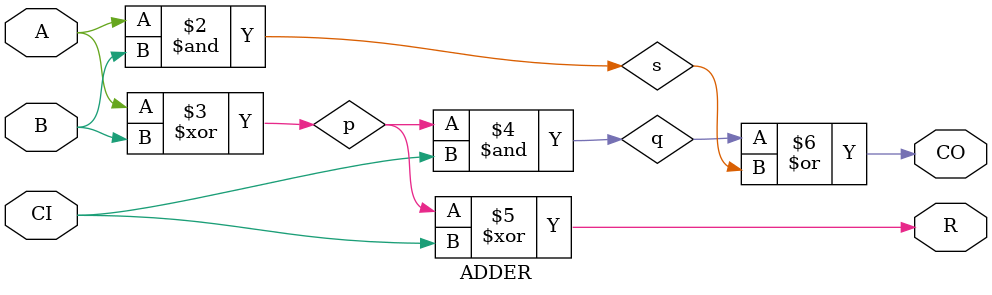
<source format=v>

module ADDER (A,B,CI,R,CO);
    // Inputs
    input wire A, B, CI;

    // Outputs
    output reg R, CO;

    // Wires and regs
    reg p,q,s;

    // Module definition
    always @(A,B,CI) begin
        s = A & B;
        p = A ^ B;
        q = p & CI;

        R <= p ^ CI;
        CO <= q | s;
    end

endmodule
</source>
